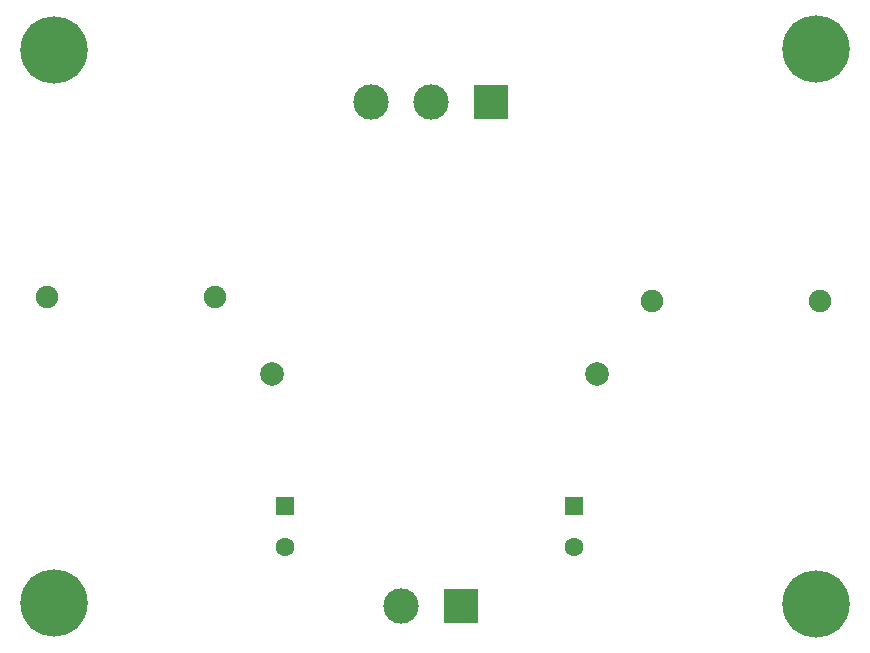
<source format=gbs>
G04 #@! TF.GenerationSoftware,KiCad,Pcbnew,5.1.10*
G04 #@! TF.CreationDate,2021-08-16T10:49:45+12:00*
G04 #@! TF.ProjectId,Output,4f757470-7574-42e6-9b69-6361645f7063,rev?*
G04 #@! TF.SameCoordinates,Original*
G04 #@! TF.FileFunction,Soldermask,Bot*
G04 #@! TF.FilePolarity,Negative*
%FSLAX46Y46*%
G04 Gerber Fmt 4.6, Leading zero omitted, Abs format (unit mm)*
G04 Created by KiCad (PCBNEW 5.1.10) date 2021-08-16 10:49:45*
%MOMM*%
%LPD*%
G01*
G04 APERTURE LIST*
%ADD10C,2.000000*%
%ADD11C,1.905000*%
%ADD12C,5.700000*%
%ADD13C,3.000000*%
%ADD14R,3.000000X3.000000*%
%ADD15C,1.600000*%
%ADD16R,1.600000X1.600000*%
G04 APERTURE END LIST*
D10*
X166450000Y-103800000D03*
X138950000Y-103800000D03*
D11*
X119888000Y-97282000D03*
X134112000Y-97282000D03*
X171138000Y-97650000D03*
X185362000Y-97650000D03*
D12*
X120500000Y-76440000D03*
D13*
X147320000Y-80772000D03*
X152400000Y-80772000D03*
D14*
X157480000Y-80772000D03*
D12*
X185000000Y-76350000D03*
D13*
X149860000Y-123444000D03*
D14*
X154940000Y-123444000D03*
D12*
X120500000Y-123240000D03*
X185000000Y-123290000D03*
D15*
X140000000Y-118500000D03*
D16*
X140000000Y-115000000D03*
D15*
X164500000Y-118500000D03*
D16*
X164500000Y-115000000D03*
M02*

</source>
